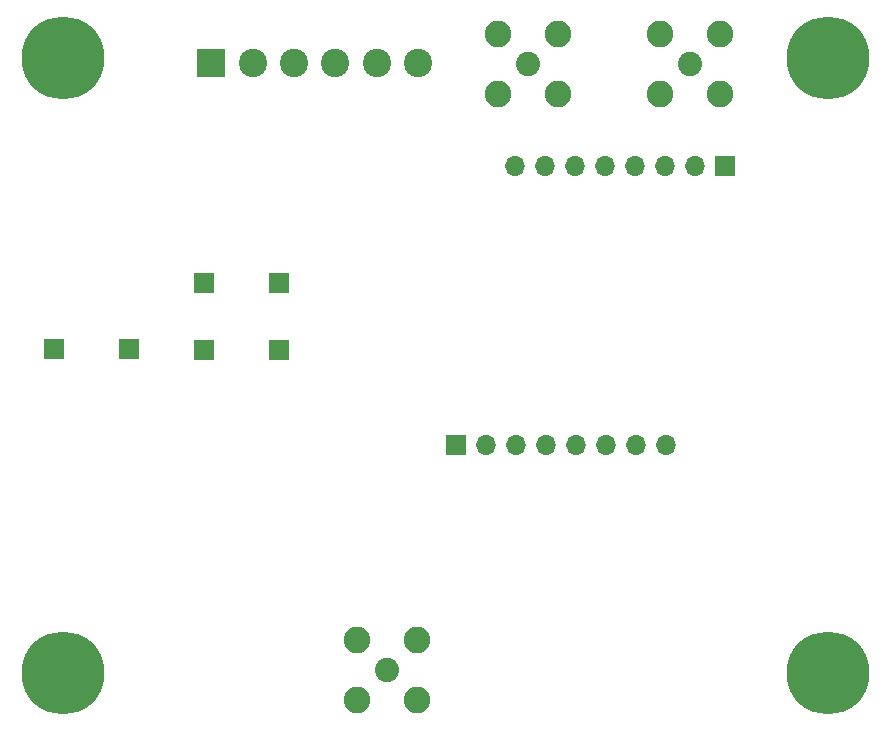
<source format=gbr>
%TF.GenerationSoftware,KiCad,Pcbnew,(6.0.1)*%
%TF.CreationDate,2022-07-28T11:00:42-05:00*%
%TF.ProjectId,proton_detector_amplifier,70726f74-6f6e-45f6-9465-746563746f72,rev?*%
%TF.SameCoordinates,Original*%
%TF.FileFunction,Soldermask,Bot*%
%TF.FilePolarity,Negative*%
%FSLAX46Y46*%
G04 Gerber Fmt 4.6, Leading zero omitted, Abs format (unit mm)*
G04 Created by KiCad (PCBNEW (6.0.1)) date 2022-07-28 11:00:42*
%MOMM*%
%LPD*%
G01*
G04 APERTURE LIST*
%ADD10C,0.800000*%
%ADD11C,7.000000*%
%ADD12R,1.700000X1.700000*%
%ADD13C,2.050000*%
%ADD14C,2.250000*%
%ADD15R,2.400000X2.400000*%
%ADD16C,2.400000*%
%ADD17O,1.700000X1.700000*%
G04 APERTURE END LIST*
D10*
%TO.C,H2*%
X33867000Y-38100000D03*
X31242000Y-35475000D03*
D11*
X31242000Y-38100000D03*
D10*
X29385845Y-36243845D03*
X33098155Y-36243845D03*
X33098155Y-39956155D03*
X29385845Y-39956155D03*
X31242000Y-40725000D03*
X28617000Y-38100000D03*
%TD*%
D12*
%TO.C,+9V*%
X30480000Y-62738000D03*
%TD*%
D13*
%TO.C,J2*%
X58674000Y-89916000D03*
D14*
X61214000Y-87376000D03*
X56134000Y-87376000D03*
X61214000Y-92456000D03*
X56134000Y-92456000D03*
%TD*%
D12*
%TO.C,-60V*%
X43180000Y-62786000D03*
%TD*%
%TO.C,-5VA*%
X43180000Y-57150000D03*
%TD*%
D10*
%TO.C,H4*%
X93387000Y-90170000D03*
X97868155Y-92026155D03*
X96012000Y-87545000D03*
X94155845Y-88313845D03*
D11*
X96012000Y-90170000D03*
D10*
X98637000Y-90170000D03*
X94155845Y-92026155D03*
X96012000Y-92795000D03*
X97868155Y-88313845D03*
%TD*%
D12*
%TO.C,-9V*%
X36830000Y-62738000D03*
%TD*%
%TO.C,GND*%
X49530000Y-62786000D03*
%TD*%
D13*
%TO.C,J6*%
X70612000Y-38608000D03*
D14*
X73152000Y-41148000D03*
X73152000Y-36068000D03*
X68072000Y-41148000D03*
X68072000Y-36068000D03*
%TD*%
D13*
%TO.C,J5*%
X84328000Y-38608000D03*
D14*
X81788000Y-41148000D03*
X86868000Y-41148000D03*
X86868000Y-36068000D03*
X81788000Y-36068000D03*
%TD*%
D10*
%TO.C,H3*%
X33098155Y-92026155D03*
X31242000Y-87545000D03*
X28617000Y-90170000D03*
D11*
X31242000Y-90170000D03*
D10*
X33098155Y-88313845D03*
X29385845Y-88313845D03*
X31242000Y-92795000D03*
X29385845Y-92026155D03*
X33867000Y-90170000D03*
%TD*%
D15*
%TO.C,J1*%
X43828000Y-38508000D03*
D16*
X47328000Y-38508000D03*
X50828000Y-38508000D03*
X54328000Y-38508000D03*
X57828000Y-38508000D03*
X61328000Y-38508000D03*
%TD*%
D12*
%TO.C,J3*%
X64531000Y-70866000D03*
D17*
X67071000Y-70866000D03*
X69611000Y-70866000D03*
X72151000Y-70866000D03*
X74691000Y-70866000D03*
X77231000Y-70866000D03*
X79771000Y-70866000D03*
X82311000Y-70866000D03*
%TD*%
D12*
%TO.C,J4*%
X87361000Y-47244000D03*
D17*
X84821000Y-47244000D03*
X82281000Y-47244000D03*
X79741000Y-47244000D03*
X77201000Y-47244000D03*
X74661000Y-47244000D03*
X72121000Y-47244000D03*
X69581000Y-47244000D03*
%TD*%
D11*
%TO.C,H1*%
X96012000Y-38100000D03*
D10*
X94155845Y-36243845D03*
X93387000Y-38100000D03*
X94155845Y-39956155D03*
X96012000Y-35475000D03*
X96012000Y-40725000D03*
X97868155Y-39956155D03*
X98637000Y-38100000D03*
X97868155Y-36243845D03*
%TD*%
D12*
%TO.C,+5VA*%
X49530000Y-57150000D03*
%TD*%
M02*

</source>
